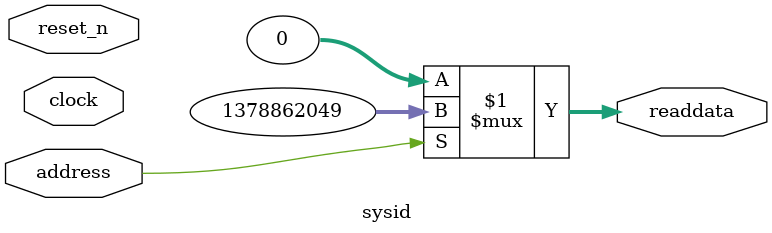
<source format=v>

`timescale 1ns / 1ps
// synthesis translate_on

// turn off superfluous verilog processor warnings 
// altera message_level Level1 
// altera message_off 10034 10035 10036 10037 10230 10240 10030 

module sysid (
               // inputs:
                address,
                clock,
                reset_n,

               // outputs:
                readdata
             )
;

  output  [ 31: 0] readdata;
  input            address;
  input            clock;
  input            reset_n;

  wire    [ 31: 0] readdata;
  //control_slave, which is an e_avalon_slave
  assign readdata = address ? 1378862049 : 0;

endmodule


</source>
